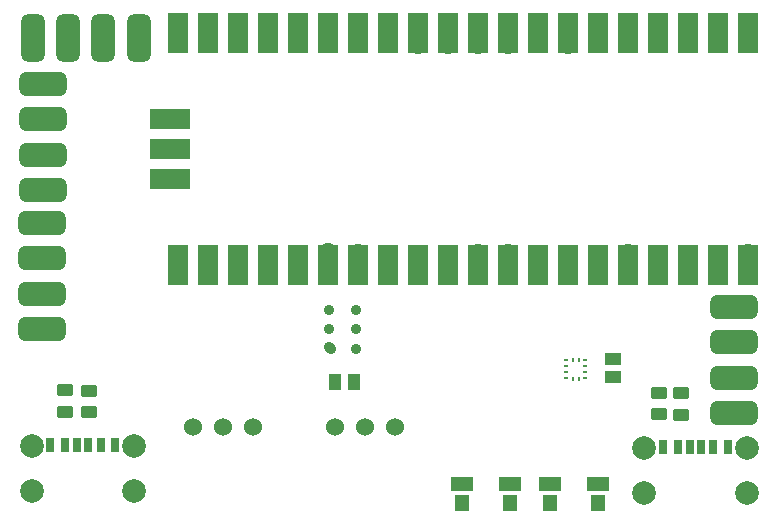
<source format=gts>
%TF.GenerationSoftware,KiCad,Pcbnew,(6.0.6)*%
%TF.CreationDate,2022-06-29T14:14:22-05:00*%
%TF.ProjectId,FireflyV0,46697265-666c-4795-9630-2e6b69636164,rev?*%
%TF.SameCoordinates,Original*%
%TF.FileFunction,Soldermask,Top*%
%TF.FilePolarity,Negative*%
%FSLAX46Y46*%
G04 Gerber Fmt 4.6, Leading zero omitted, Abs format (unit mm)*
G04 Created by KiCad (PCBNEW (6.0.6)) date 2022-06-29 14:14:22*
%MOMM*%
%LPD*%
G01*
G04 APERTURE LIST*
G04 Aperture macros list*
%AMRoundRect*
0 Rectangle with rounded corners*
0 $1 Rounding radius*
0 $2 $3 $4 $5 $6 $7 $8 $9 X,Y pos of 4 corners*
0 Add a 4 corners polygon primitive as box body*
4,1,4,$2,$3,$4,$5,$6,$7,$8,$9,$2,$3,0*
0 Add four circle primitives for the rounded corners*
1,1,$1+$1,$2,$3*
1,1,$1+$1,$4,$5*
1,1,$1+$1,$6,$7*
1,1,$1+$1,$8,$9*
0 Add four rect primitives between the rounded corners*
20,1,$1+$1,$2,$3,$4,$5,0*
20,1,$1+$1,$4,$5,$6,$7,0*
20,1,$1+$1,$6,$7,$8,$9,0*
20,1,$1+$1,$8,$9,$2,$3,0*%
%AMHorizOval*
0 Thick line with rounded ends*
0 $1 width*
0 $2 $3 position (X,Y) of the first rounded end (center of the circle)*
0 $4 $5 position (X,Y) of the second rounded end (center of the circle)*
0 Add line between two ends*
20,1,$1,$2,$3,$4,$5,0*
0 Add two circle primitives to create the rounded ends*
1,1,$1,$2,$3*
1,1,$1,$4,$5*%
G04 Aperture macros list end*
%ADD10O,1.700000X1.700000*%
%ADD11R,1.700000X3.500000*%
%ADD12R,3.500000X1.700000*%
%ADD13R,1.200000X1.400000*%
%ADD14R,1.840000X1.200000*%
%ADD15RoundRect,0.250000X-0.450000X0.262500X-0.450000X-0.262500X0.450000X-0.262500X0.450000X0.262500X0*%
%ADD16R,0.410000X0.280000*%
%ADD17R,0.280000X0.410000*%
%ADD18R,1.470000X1.020000*%
%ADD19RoundRect,0.500000X-1.500000X-0.500000X1.500000X-0.500000X1.500000X0.500000X-1.500000X0.500000X0*%
%ADD20R,0.700000X1.200000*%
%ADD21R,0.760000X1.200000*%
%ADD22R,0.800000X1.200000*%
%ADD23C,2.010000*%
%ADD24C,1.524000*%
%ADD25C,0.910000*%
%ADD26HorizOval,0.910000X-0.070711X0.070711X0.070711X-0.070711X0*%
%ADD27R,1.020000X1.470000*%
%ADD28RoundRect,0.500000X0.500000X-1.500000X0.500000X1.500000X-0.500000X1.500000X-0.500000X-1.500000X0*%
G04 APERTURE END LIST*
D10*
X60710000Y-16060000D03*
X55630000Y-16060000D03*
X53090000Y-16060000D03*
D11*
X75950000Y-15160000D03*
X73410000Y-15160000D03*
X70870000Y-15160000D03*
X68330000Y-15160000D03*
X65790000Y-15160000D03*
X63250000Y-15160000D03*
X60710000Y-15160000D03*
X58170000Y-15160000D03*
X55630000Y-15160000D03*
X53090000Y-15160000D03*
X50550000Y-15160000D03*
D10*
X50550000Y-16060000D03*
D11*
X48010000Y-15160000D03*
D10*
X48010000Y-16060000D03*
D11*
X45470000Y-15160000D03*
X42930000Y-15160000D03*
X40390000Y-15160000D03*
X37850000Y-15160000D03*
X35310000Y-15160000D03*
X32770000Y-15160000D03*
X30230000Y-15160000D03*
X27690000Y-15160000D03*
X27690000Y-34740000D03*
X30230000Y-34740000D03*
X32770000Y-34740000D03*
X35310000Y-34740000D03*
X37850000Y-34740000D03*
X40390000Y-34740000D03*
D10*
X40390000Y-33800000D03*
X42930000Y-33840000D03*
D11*
X42930000Y-34740000D03*
X45470000Y-34740000D03*
X48010000Y-34740000D03*
X50550000Y-34740000D03*
D10*
X53090000Y-33840000D03*
D11*
X53090000Y-34740000D03*
D10*
X55630000Y-33840000D03*
D11*
X55630000Y-34740000D03*
X58170000Y-34740000D03*
X60710000Y-34740000D03*
X63250000Y-34740000D03*
D10*
X65790000Y-33840000D03*
D11*
X65790000Y-34740000D03*
X68330000Y-34740000D03*
X70870000Y-34740000D03*
X73410000Y-34740000D03*
D10*
X75950000Y-33840000D03*
D11*
X75950000Y-34740000D03*
D12*
X27020000Y-22410000D03*
X27020000Y-24950000D03*
X27020000Y-27490000D03*
D13*
X63265000Y-54950000D03*
D14*
X63265000Y-53350000D03*
X59215000Y-53350000D03*
D13*
X59215000Y-54950000D03*
X55785000Y-54950000D03*
D14*
X55785000Y-53350000D03*
X51735000Y-53350000D03*
D13*
X51735000Y-54950000D03*
D15*
X20140000Y-45410000D03*
X20140000Y-47235000D03*
X18120000Y-45385000D03*
X18120000Y-47210000D03*
X70330000Y-45625000D03*
X70330000Y-47450000D03*
X68420000Y-45600000D03*
X68420000Y-47425000D03*
D16*
X60585000Y-42850000D03*
X60585000Y-43350000D03*
X60585000Y-43850000D03*
X60585000Y-44350000D03*
D17*
X61130000Y-44415000D03*
X61630000Y-44415000D03*
D16*
X62175000Y-44350000D03*
X62175000Y-43850000D03*
X62175000Y-43350000D03*
X62175000Y-42850000D03*
D17*
X61630000Y-42785000D03*
X61130000Y-42785000D03*
D18*
X64550000Y-42700000D03*
X64550000Y-44300000D03*
D19*
X16300000Y-19450000D03*
X16300000Y-22450000D03*
X16300000Y-25450000D03*
X16300000Y-28450000D03*
D20*
X19133821Y-50002500D03*
D21*
X21153821Y-50002500D03*
D22*
X22383821Y-50002500D03*
D20*
X20133821Y-50002500D03*
D21*
X18113821Y-50002500D03*
D22*
X16883821Y-50002500D03*
D23*
X15313821Y-50082500D03*
X15313821Y-53882500D03*
X23953821Y-53882500D03*
X23953821Y-50082500D03*
D20*
X71030000Y-50170000D03*
D21*
X73050000Y-50170000D03*
D22*
X74280000Y-50170000D03*
D20*
X72030000Y-50170000D03*
D21*
X70010000Y-50170000D03*
D22*
X68780000Y-50170000D03*
D23*
X67210000Y-50250000D03*
X67210000Y-54050000D03*
X75850000Y-54050000D03*
X75850000Y-50250000D03*
D24*
X46070000Y-48460000D03*
X43530000Y-48460000D03*
X40990000Y-48460000D03*
X34030000Y-48520000D03*
X31490000Y-48520000D03*
X28950000Y-48520000D03*
D25*
X42820000Y-41870000D03*
X42820000Y-40220000D03*
X42820000Y-38570000D03*
X40480000Y-38570000D03*
X40480000Y-40220000D03*
D26*
X40580000Y-41770000D03*
D27*
X41040000Y-44660000D03*
X42640000Y-44660000D03*
D19*
X16210000Y-31210000D03*
X16210000Y-34210000D03*
X16210000Y-37210000D03*
X16210000Y-40210000D03*
D28*
X15400000Y-15560000D03*
X18400000Y-15560000D03*
X21400000Y-15560000D03*
X24400000Y-15560000D03*
D19*
X74820000Y-38310000D03*
X74820000Y-41310000D03*
X74820000Y-44310000D03*
X74820000Y-47310000D03*
M02*

</source>
